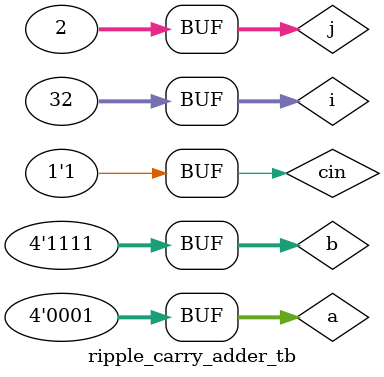
<source format=v>
module ripple_carry_adder_tb();

reg [3:0]a;
reg [3:0]b;
reg cin;

wire [3:0]sum;
wire carry;

integer i;
integer j;



ripple_carry_adder dut(a,b,cin,sum,carry);

initial 
begin
 a = 4'b0000;
 b = 4'b0000;
 cin = 0;
 end
 
 initial 
 begin
 
 for(j=0;j<2;j=j+1)
 begin


 for(i=0;i<32;i=i+1)
 
 begin
 
 cin = j;
 {a,b} = i;
#100;
end
end
end
endmodule
 
</source>
